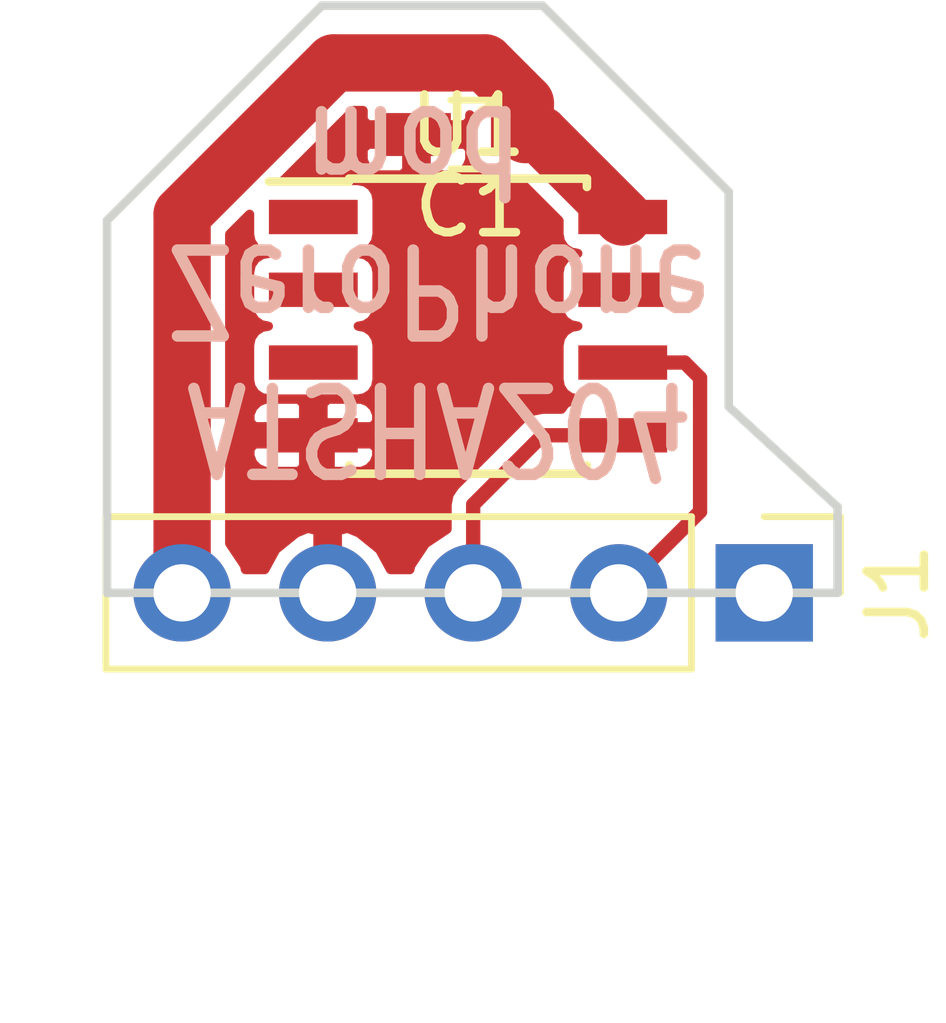
<source format=kicad_pcb>
(kicad_pcb (version 4) (host pcbnew 4.0.6)

  (general
    (links 6)
    (no_connects 0)
    (area 139.905 101.025 156.775 119.104762)
    (thickness 1.6)
    (drawings 9)
    (tracks 16)
    (zones 0)
    (modules 3)
    (nets 5)
  )

  (page A4)
  (layers
    (0 F.Cu signal)
    (31 B.Cu signal)
    (32 B.Adhes user)
    (33 F.Adhes user)
    (34 B.Paste user)
    (35 F.Paste user)
    (36 B.SilkS user)
    (37 F.SilkS user)
    (38 B.Mask user)
    (39 F.Mask user)
    (40 Dwgs.User user)
    (41 Cmts.User user)
    (42 Eco1.User user)
    (43 Eco2.User user)
    (44 Edge.Cuts user)
    (45 Margin user)
    (46 B.CrtYd user)
    (47 F.CrtYd user)
    (48 B.Fab user)
    (49 F.Fab user)
  )

  (setup
    (last_trace_width 0.25)
    (user_trace_width 0.25)
    (user_trace_width 0.4)
    (user_trace_width 0.5)
    (user_trace_width 0.6)
    (user_trace_width 0.8)
    (user_trace_width 1)
    (trace_clearance 0.2)
    (zone_clearance 0.25)
    (zone_45_only no)
    (trace_min 0.2)
    (segment_width 0.2)
    (edge_width 0.15)
    (via_size 0.6)
    (via_drill 0.4)
    (via_min_size 0.4)
    (via_min_drill 0.3)
    (uvia_size 0.3)
    (uvia_drill 0.1)
    (uvias_allowed no)
    (uvia_min_size 0.2)
    (uvia_min_drill 0.1)
    (pcb_text_width 0.3)
    (pcb_text_size 1.5 1.5)
    (mod_edge_width 0.15)
    (mod_text_size 1 1)
    (mod_text_width 0.15)
    (pad_size 1.524 1.524)
    (pad_drill 0.762)
    (pad_to_mask_clearance 0.2)
    (aux_axis_origin 141.2875 101.1555)
    (visible_elements 7FFFFFFF)
    (pcbplotparams
      (layerselection 0x010f0_80000001)
      (usegerberextensions true)
      (usegerberattributes true)
      (excludeedgelayer true)
      (linewidth 0.100000)
      (plotframeref false)
      (viasonmask false)
      (mode 1)
      (useauxorigin true)
      (hpglpennumber 1)
      (hpglpenspeed 20)
      (hpglpendiameter 15)
      (hpglpenoverlay 2)
      (psnegative false)
      (psa4output false)
      (plotreference false)
      (plotvalue false)
      (plotinvisibletext false)
      (padsonsilk false)
      (subtractmaskfromsilk false)
      (outputformat 1)
      (mirror false)
      (drillshape 0)
      (scaleselection 1)
      (outputdirectory gerbers/))
  )

  (net 0 "")
  (net 1 VCC)
  (net 2 GND)
  (net 3 SCL)
  (net 4 SDA)

  (net_class Default "This is the default net class."
    (clearance 0.2)
    (trace_width 0.25)
    (via_dia 0.6)
    (via_drill 0.4)
    (uvia_dia 0.3)
    (uvia_drill 0.1)
    (add_net GND)
    (add_net SCL)
    (add_net SDA)
    (add_net VCC)
  )

  (module Capacitors_SMD:C_0603_HandSoldering (layer F.Cu) (tedit 58AA848B) (tstamp 5960AD81)
    (at 148.25 103.5 180)
    (descr "Capacitor SMD 0603, hand soldering")
    (tags "capacitor 0603")
    (path /5960AC6C)
    (attr smd)
    (fp_text reference C1 (at 0 -1.25 180) (layer F.SilkS)
      (effects (font (size 1 1) (thickness 0.15)))
    )
    (fp_text value C (at 0 1.5 180) (layer F.Fab)
      (effects (font (size 1 1) (thickness 0.15)))
    )
    (fp_text user %R (at 0 -1.25 180) (layer F.Fab)
      (effects (font (size 1 1) (thickness 0.15)))
    )
    (fp_line (start -0.8 0.4) (end -0.8 -0.4) (layer F.Fab) (width 0.1))
    (fp_line (start 0.8 0.4) (end -0.8 0.4) (layer F.Fab) (width 0.1))
    (fp_line (start 0.8 -0.4) (end 0.8 0.4) (layer F.Fab) (width 0.1))
    (fp_line (start -0.8 -0.4) (end 0.8 -0.4) (layer F.Fab) (width 0.1))
    (fp_line (start -0.35 -0.6) (end 0.35 -0.6) (layer F.SilkS) (width 0.12))
    (fp_line (start 0.35 0.6) (end -0.35 0.6) (layer F.SilkS) (width 0.12))
    (fp_line (start -1.8 -0.65) (end 1.8 -0.65) (layer F.CrtYd) (width 0.05))
    (fp_line (start -1.8 -0.65) (end -1.8 0.65) (layer F.CrtYd) (width 0.05))
    (fp_line (start 1.8 0.65) (end 1.8 -0.65) (layer F.CrtYd) (width 0.05))
    (fp_line (start 1.8 0.65) (end -1.8 0.65) (layer F.CrtYd) (width 0.05))
    (pad 1 smd rect (at -0.95 0 180) (size 1.2 0.75) (layers F.Cu F.Paste F.Mask)
      (net 1 VCC))
    (pad 2 smd rect (at 0.95 0 180) (size 1.2 0.75) (layers F.Cu F.Paste F.Mask)
      (net 2 GND))
    (model Capacitors_SMD.3dshapes/C_0603.wrl
      (at (xyz 0 0 0))
      (scale (xyz 1 1 1))
      (rotate (xyz 0 0 0))
    )
  )

  (module Pin_Headers:Pin_Header_Straight_1x05_Pitch2.54mm (layer F.Cu) (tedit 58CD4EC1) (tstamp 5960AD8A)
    (at 153.37 111.5 270)
    (descr "Through hole straight pin header, 1x05, 2.54mm pitch, single row")
    (tags "Through hole pin header THT 1x05 2.54mm single row")
    (path /5960AD02)
    (fp_text reference J1 (at 0 -2.33 270) (layer F.SilkS)
      (effects (font (size 1 1) (thickness 0.15)))
    )
    (fp_text value EXPANSION_BOTTOM (at 0 12.49 270) (layer F.Fab)
      (effects (font (size 1 1) (thickness 0.15)))
    )
    (fp_line (start -1.27 -1.27) (end -1.27 11.43) (layer F.Fab) (width 0.1))
    (fp_line (start -1.27 11.43) (end 1.27 11.43) (layer F.Fab) (width 0.1))
    (fp_line (start 1.27 11.43) (end 1.27 -1.27) (layer F.Fab) (width 0.1))
    (fp_line (start 1.27 -1.27) (end -1.27 -1.27) (layer F.Fab) (width 0.1))
    (fp_line (start -1.33 1.27) (end -1.33 11.49) (layer F.SilkS) (width 0.12))
    (fp_line (start -1.33 11.49) (end 1.33 11.49) (layer F.SilkS) (width 0.12))
    (fp_line (start 1.33 11.49) (end 1.33 1.27) (layer F.SilkS) (width 0.12))
    (fp_line (start 1.33 1.27) (end -1.33 1.27) (layer F.SilkS) (width 0.12))
    (fp_line (start -1.33 0) (end -1.33 -1.33) (layer F.SilkS) (width 0.12))
    (fp_line (start -1.33 -1.33) (end 0 -1.33) (layer F.SilkS) (width 0.12))
    (fp_line (start -1.8 -1.8) (end -1.8 11.95) (layer F.CrtYd) (width 0.05))
    (fp_line (start -1.8 11.95) (end 1.8 11.95) (layer F.CrtYd) (width 0.05))
    (fp_line (start 1.8 11.95) (end 1.8 -1.8) (layer F.CrtYd) (width 0.05))
    (fp_line (start 1.8 -1.8) (end -1.8 -1.8) (layer F.CrtYd) (width 0.05))
    (fp_text user %R (at 0 -2.33 270) (layer F.Fab)
      (effects (font (size 1 1) (thickness 0.15)))
    )
    (pad 1 thru_hole rect (at 0 0 270) (size 1.7 1.7) (drill 1) (layers *.Cu *.Mask))
    (pad 2 thru_hole oval (at 0 2.54 270) (size 1.7 1.7) (drill 1) (layers *.Cu *.Mask)
      (net 3 SCL))
    (pad 3 thru_hole oval (at 0 5.08 270) (size 1.7 1.7) (drill 1) (layers *.Cu *.Mask)
      (net 4 SDA))
    (pad 4 thru_hole oval (at 0 7.62 270) (size 1.7 1.7) (drill 1) (layers *.Cu *.Mask)
      (net 2 GND))
    (pad 5 thru_hole oval (at 0 10.16 270) (size 1.7 1.7) (drill 1) (layers *.Cu *.Mask)
      (net 1 VCC))
  )

  (module Housings_SOIC:SOIC-8_3.9x4.9mm_Pitch1.27mm (layer F.Cu) (tedit 58CD0CDA) (tstamp 5960AD96)
    (at 148.2 106.845)
    (descr "8-Lead Plastic Small Outline (SN) - Narrow, 3.90 mm Body [SOIC] (see Microchip Packaging Specification 00000049BS.pdf)")
    (tags "SOIC 1.27")
    (path /5960AC0D)
    (attr smd)
    (fp_text reference U1 (at 0 -3.5) (layer F.SilkS)
      (effects (font (size 1 1) (thickness 0.15)))
    )
    (fp_text value ATSHA204A (at 0 3.5) (layer F.Fab)
      (effects (font (size 1 1) (thickness 0.15)))
    )
    (fp_text user %R (at 0 0) (layer F.Fab)
      (effects (font (size 1 1) (thickness 0.15)))
    )
    (fp_line (start -0.95 -2.45) (end 1.95 -2.45) (layer F.Fab) (width 0.1))
    (fp_line (start 1.95 -2.45) (end 1.95 2.45) (layer F.Fab) (width 0.1))
    (fp_line (start 1.95 2.45) (end -1.95 2.45) (layer F.Fab) (width 0.1))
    (fp_line (start -1.95 2.45) (end -1.95 -1.45) (layer F.Fab) (width 0.1))
    (fp_line (start -1.95 -1.45) (end -0.95 -2.45) (layer F.Fab) (width 0.1))
    (fp_line (start -3.73 -2.7) (end -3.73 2.7) (layer F.CrtYd) (width 0.05))
    (fp_line (start 3.73 -2.7) (end 3.73 2.7) (layer F.CrtYd) (width 0.05))
    (fp_line (start -3.73 -2.7) (end 3.73 -2.7) (layer F.CrtYd) (width 0.05))
    (fp_line (start -3.73 2.7) (end 3.73 2.7) (layer F.CrtYd) (width 0.05))
    (fp_line (start -2.075 -2.575) (end -2.075 -2.525) (layer F.SilkS) (width 0.15))
    (fp_line (start 2.075 -2.575) (end 2.075 -2.43) (layer F.SilkS) (width 0.15))
    (fp_line (start 2.075 2.575) (end 2.075 2.43) (layer F.SilkS) (width 0.15))
    (fp_line (start -2.075 2.575) (end -2.075 2.43) (layer F.SilkS) (width 0.15))
    (fp_line (start -2.075 -2.575) (end 2.075 -2.575) (layer F.SilkS) (width 0.15))
    (fp_line (start -2.075 2.575) (end 2.075 2.575) (layer F.SilkS) (width 0.15))
    (fp_line (start -2.075 -2.525) (end -3.475 -2.525) (layer F.SilkS) (width 0.15))
    (pad 1 smd rect (at -2.7 -1.905) (size 1.55 0.6) (layers F.Cu F.Paste F.Mask))
    (pad 2 smd rect (at -2.7 -0.635) (size 1.55 0.6) (layers F.Cu F.Paste F.Mask))
    (pad 3 smd rect (at -2.7 0.635) (size 1.55 0.6) (layers F.Cu F.Paste F.Mask))
    (pad 4 smd rect (at -2.7 1.905) (size 1.55 0.6) (layers F.Cu F.Paste F.Mask)
      (net 2 GND))
    (pad 5 smd rect (at 2.7 1.905) (size 1.55 0.6) (layers F.Cu F.Paste F.Mask)
      (net 4 SDA))
    (pad 6 smd rect (at 2.7 0.635) (size 1.55 0.6) (layers F.Cu F.Paste F.Mask)
      (net 3 SCL))
    (pad 7 smd rect (at 2.7 -0.635) (size 1.55 0.6) (layers F.Cu F.Paste F.Mask))
    (pad 8 smd rect (at 2.7 -1.905) (size 1.55 0.6) (layers F.Cu F.Paste F.Mask)
      (net 1 VCC))
    (model Housings_SOIC.3dshapes/SOIC-8_3.9x4.9mm_Pitch1.27mm.wrl
      (at (xyz 0 0 0))
      (scale (xyz 1 1 1))
      (rotate (xyz 0 0 0))
    )
  )

  (gr_text "ATSHA204\nZeroPhone\nmod " (at 147.7 106.2 180) (layer B.SilkS)
    (effects (font (size 1.5 1.2) (thickness 0.2)) (justify mirror))
  )
  (gr_line (start 154.65 111.5) (end 154.65 110) (layer Edge.Cuts) (width 0.15))
  (gr_line (start 141.9 111.5) (end 154.65 111.5) (layer Edge.Cuts) (width 0.15))
  (gr_line (start 145.65 101.25) (end 141.9 105) (layer Edge.Cuts) (width 0.15))
  (gr_line (start 152.75 108.25) (end 154.65 110) (layer Edge.Cuts) (width 0.15))
  (gr_line (start 152.75 104.5) (end 152.75 108.25) (layer Edge.Cuts) (width 0.15))
  (gr_line (start 149.5 101.25) (end 152.75 104.5) (layer Edge.Cuts) (width 0.15))
  (gr_line (start 141.9 105) (end 141.9 111.5) (layer Edge.Cuts) (width 0.15))
  (gr_line (start 149.5 101.25) (end 145.65 101.25) (layer Edge.Cuts) (width 0.15))

  (segment (start 149.2 103.5) (end 149.46 103.5) (width 1) (layer F.Cu) (net 1))
  (segment (start 149.46 103.5) (end 150.9 104.94) (width 1) (layer F.Cu) (net 1))
  (segment (start 148.5 102.25) (end 149.2 102.95) (width 1) (layer F.Cu) (net 1))
  (segment (start 149.2 102.95) (end 149.2 103.5) (width 1) (layer F.Cu) (net 1))
  (segment (start 145.854998 102.25) (end 148.5 102.25) (width 1) (layer F.Cu) (net 1))
  (segment (start 143.21 111.5) (end 143.21 104.894998) (width 1) (layer F.Cu) (net 1))
  (segment (start 143.21 104.894998) (end 145.854998 102.25) (width 1) (layer F.Cu) (net 1))
  (segment (start 145.75 111.5) (end 145.75 109) (width 0.25) (layer F.Cu) (net 2))
  (segment (start 145.75 109) (end 145.5 108.75) (width 0.25) (layer F.Cu) (net 2))
  (segment (start 152.25 107.75) (end 151.98 107.48) (width 0.25) (layer F.Cu) (net 3))
  (segment (start 151.98 107.48) (end 150.9 107.48) (width 0.25) (layer F.Cu) (net 3))
  (segment (start 152.25 110.08) (end 152.25 107.75) (width 0.25) (layer F.Cu) (net 3))
  (segment (start 150.83 111.5) (end 152.25 110.08) (width 0.25) (layer F.Cu) (net 3))
  (segment (start 149.5 108.75) (end 148.29 109.96) (width 0.25) (layer F.Cu) (net 4))
  (segment (start 148.29 109.96) (end 148.29 111.5) (width 0.25) (layer F.Cu) (net 4))
  (segment (start 150.9 108.75) (end 149.5 108.75) (width 0.25) (layer F.Cu) (net 4))

  (zone (net 2) (net_name GND) (layer F.Cu) (tstamp 0) (hatch edge 0.508)
    (connect_pads (clearance 0.25))
    (min_thickness 0.16)
    (fill yes (arc_segments 16) (thermal_gap 0.25) (thermal_bridge_width 0.5))
    (polygon
      (pts
        (xy 141.9 105) (xy 141.9 111.5) (xy 154.65 111.5) (xy 154.65 110) (xy 152.75 108.25)
        (xy 152.8 101.25) (xy 143 101.25) (xy 141.5 101.25)
      )
    )
    (filled_polygon
      (pts
        (xy 146.37 103.2475) (xy 146.4525 103.33) (xy 147.13 103.33) (xy 147.13 103.31) (xy 147.47 103.31)
        (xy 147.47 103.33) (xy 148.1475 103.33) (xy 148.23 103.2475) (xy 148.23 103.153798) (xy 148.263535 103.187332)
        (xy 148.263535 103.875) (xy 148.286546 103.997291) (xy 148.358819 104.109607) (xy 148.469096 104.184956) (xy 148.6 104.211465)
        (xy 148.799528 104.211465) (xy 148.882373 104.26682) (xy 149.095395 104.309193) (xy 149.788535 105.002332) (xy 149.788535 105.24)
        (xy 149.811546 105.362291) (xy 149.883819 105.474607) (xy 149.994096 105.549956) (xy 150.1175 105.574946) (xy 150.002709 105.596546)
        (xy 149.890393 105.668819) (xy 149.815044 105.779096) (xy 149.788535 105.91) (xy 149.788535 106.51) (xy 149.811546 106.632291)
        (xy 149.883819 106.744607) (xy 149.994096 106.819956) (xy 150.1175 106.844946) (xy 150.002709 106.866546) (xy 149.890393 106.938819)
        (xy 149.815044 107.049096) (xy 149.788535 107.18) (xy 149.788535 107.78) (xy 149.811546 107.902291) (xy 149.883819 108.014607)
        (xy 149.994096 108.089956) (xy 150.1175 108.114946) (xy 150.002709 108.136546) (xy 149.890393 108.208819) (xy 149.831508 108.295)
        (xy 149.5 108.295) (xy 149.325879 108.329635) (xy 149.178266 108.428266) (xy 149.178264 108.428269) (xy 147.968266 109.638266)
        (xy 147.869635 109.785879) (xy 147.834999 109.96) (xy 147.835 109.960005) (xy 147.835 110.388999) (xy 147.455614 110.642496)
        (xy 147.199822 111.025316) (xy 147.185961 111.095) (xy 146.847145 111.095) (xy 146.656809 110.744927) (xy 146.298828 110.455383)
        (xy 146.100574 110.37328) (xy 145.92 110.415746) (xy 145.92 111.095) (xy 145.58 111.095) (xy 145.58 110.415746)
        (xy 145.399426 110.37328) (xy 145.201172 110.455383) (xy 144.843191 110.744927) (xy 144.652855 111.095) (xy 144.314039 111.095)
        (xy 144.300178 111.025316) (xy 144.044386 110.642496) (xy 144.04 110.639565) (xy 144.04 108.9825) (xy 144.395 108.9825)
        (xy 144.395 109.115641) (xy 144.44524 109.23693) (xy 144.53807 109.329761) (xy 144.659359 109.38) (xy 145.2475 109.38)
        (xy 145.33 109.2975) (xy 145.33 108.9) (xy 145.67 108.9) (xy 145.67 109.2975) (xy 145.7525 109.38)
        (xy 146.340641 109.38) (xy 146.46193 109.329761) (xy 146.55476 109.23693) (xy 146.605 109.115641) (xy 146.605 108.9825)
        (xy 146.5225 108.9) (xy 145.67 108.9) (xy 145.33 108.9) (xy 144.4775 108.9) (xy 144.395 108.9825)
        (xy 144.04 108.9825) (xy 144.04 108.384359) (xy 144.395 108.384359) (xy 144.395 108.5175) (xy 144.4775 108.6)
        (xy 145.33 108.6) (xy 145.33 108.2025) (xy 145.67 108.2025) (xy 145.67 108.6) (xy 146.5225 108.6)
        (xy 146.605 108.5175) (xy 146.605 108.384359) (xy 146.55476 108.26307) (xy 146.46193 108.170239) (xy 146.340641 108.12)
        (xy 145.7525 108.12) (xy 145.67 108.2025) (xy 145.33 108.2025) (xy 145.2475 108.12) (xy 144.659359 108.12)
        (xy 144.53807 108.170239) (xy 144.44524 108.26307) (xy 144.395 108.384359) (xy 144.04 108.384359) (xy 144.04 105.238796)
        (xy 144.388535 104.890261) (xy 144.388535 105.24) (xy 144.411546 105.362291) (xy 144.483819 105.474607) (xy 144.594096 105.549956)
        (xy 144.7175 105.574946) (xy 144.602709 105.596546) (xy 144.490393 105.668819) (xy 144.415044 105.779096) (xy 144.388535 105.91)
        (xy 144.388535 106.51) (xy 144.411546 106.632291) (xy 144.483819 106.744607) (xy 144.594096 106.819956) (xy 144.7175 106.844946)
        (xy 144.602709 106.866546) (xy 144.490393 106.938819) (xy 144.415044 107.049096) (xy 144.388535 107.18) (xy 144.388535 107.78)
        (xy 144.411546 107.902291) (xy 144.483819 108.014607) (xy 144.594096 108.089956) (xy 144.725 108.116465) (xy 146.275 108.116465)
        (xy 146.397291 108.093454) (xy 146.509607 108.021181) (xy 146.584956 107.910904) (xy 146.611465 107.78) (xy 146.611465 107.18)
        (xy 146.588454 107.057709) (xy 146.516181 106.945393) (xy 146.405904 106.870044) (xy 146.2825 106.845054) (xy 146.397291 106.823454)
        (xy 146.509607 106.751181) (xy 146.584956 106.640904) (xy 146.611465 106.51) (xy 146.611465 105.91) (xy 146.588454 105.787709)
        (xy 146.516181 105.675393) (xy 146.405904 105.600044) (xy 146.2825 105.575054) (xy 146.397291 105.553454) (xy 146.509607 105.481181)
        (xy 146.584956 105.370904) (xy 146.611465 105.24) (xy 146.611465 104.64) (xy 146.588454 104.517709) (xy 146.516181 104.405393)
        (xy 146.405904 104.330044) (xy 146.275 104.303535) (xy 144.975261 104.303535) (xy 145.526296 103.7525) (xy 146.37 103.7525)
        (xy 146.37 103.940641) (xy 146.42024 104.06193) (xy 146.51307 104.154761) (xy 146.634359 104.205) (xy 147.0475 104.205)
        (xy 147.13 104.1225) (xy 147.13 103.67) (xy 147.47 103.67) (xy 147.47 104.1225) (xy 147.5525 104.205)
        (xy 147.965641 104.205) (xy 148.08693 104.154761) (xy 148.17976 104.06193) (xy 148.23 103.940641) (xy 148.23 103.7525)
        (xy 148.1475 103.67) (xy 147.47 103.67) (xy 147.13 103.67) (xy 146.4525 103.67) (xy 146.37 103.7525)
        (xy 145.526296 103.7525) (xy 146.198796 103.08) (xy 146.37 103.08)
      )
    )
  )
)

</source>
